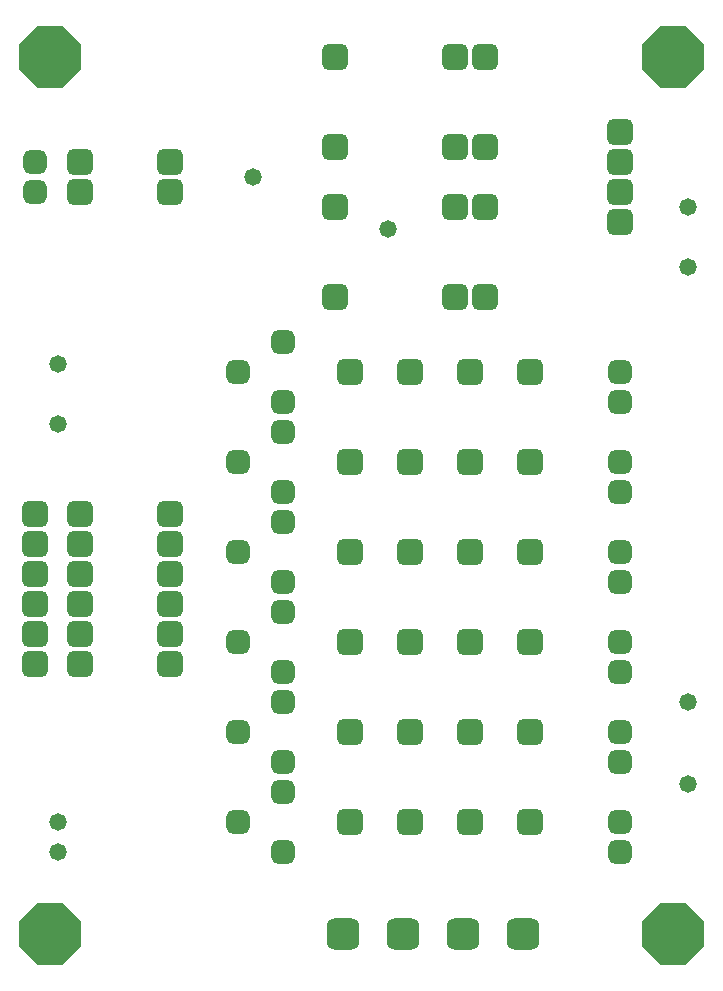
<source format=gts>
G04 Layer_Color=8388736*
%FSLAX25Y25*%
%MOIN*%
G70*
G01*
G75*
G04:AMPARAMS|DCode=18|XSize=88mil|YSize=88mil|CornerRadius=24mil|HoleSize=0mil|Usage=FLASHONLY|Rotation=180.000|XOffset=0mil|YOffset=0mil|HoleType=Round|Shape=RoundedRectangle|*
%AMROUNDEDRECTD18*
21,1,0.08800,0.04000,0,0,180.0*
21,1,0.04000,0.08800,0,0,180.0*
1,1,0.04800,-0.02000,0.02000*
1,1,0.04800,0.02000,0.02000*
1,1,0.04800,0.02000,-0.02000*
1,1,0.04800,-0.02000,-0.02000*
%
%ADD18ROUNDEDRECTD18*%
G04:AMPARAMS|DCode=19|XSize=78mil|YSize=78mil|CornerRadius=21.5mil|HoleSize=0mil|Usage=FLASHONLY|Rotation=90.000|XOffset=0mil|YOffset=0mil|HoleType=Round|Shape=RoundedRectangle|*
%AMROUNDEDRECTD19*
21,1,0.07800,0.03500,0,0,90.0*
21,1,0.03500,0.07800,0,0,90.0*
1,1,0.04300,0.01750,0.01750*
1,1,0.04300,0.01750,-0.01750*
1,1,0.04300,-0.01750,-0.01750*
1,1,0.04300,-0.01750,0.01750*
%
%ADD19ROUNDEDRECTD19*%
G04:AMPARAMS|DCode=20|XSize=88mil|YSize=88mil|CornerRadius=24mil|HoleSize=0mil|Usage=FLASHONLY|Rotation=270.000|XOffset=0mil|YOffset=0mil|HoleType=Round|Shape=RoundedRectangle|*
%AMROUNDEDRECTD20*
21,1,0.08800,0.04000,0,0,270.0*
21,1,0.04000,0.08800,0,0,270.0*
1,1,0.04800,-0.02000,-0.02000*
1,1,0.04800,-0.02000,0.02000*
1,1,0.04800,0.02000,0.02000*
1,1,0.04800,0.02000,-0.02000*
%
%ADD20ROUNDEDRECTD20*%
G04:AMPARAMS|DCode=21|XSize=108mil|YSize=108mil|CornerRadius=29mil|HoleSize=0mil|Usage=FLASHONLY|Rotation=180.000|XOffset=0mil|YOffset=0mil|HoleType=Round|Shape=RoundedRectangle|*
%AMROUNDEDRECTD21*
21,1,0.10800,0.05000,0,0,180.0*
21,1,0.05000,0.10800,0,0,180.0*
1,1,0.05800,-0.02500,0.02500*
1,1,0.05800,0.02500,0.02500*
1,1,0.05800,0.02500,-0.02500*
1,1,0.05800,-0.02500,-0.02500*
%
%ADD21ROUNDEDRECTD21*%
%ADD22P,0.22173X8X22.5*%
%ADD23C,0.05800*%
D18*
X110000Y227500D02*
D03*
Y257500D02*
D03*
X150000Y227500D02*
D03*
X160000D02*
D03*
X150000Y257500D02*
D03*
X160000D02*
D03*
X110000Y277500D02*
D03*
Y307500D02*
D03*
X150000Y277500D02*
D03*
X160000D02*
D03*
X150000Y307500D02*
D03*
X160000D02*
D03*
X25000Y105000D02*
D03*
X55000D02*
D03*
X25000Y115000D02*
D03*
X55000D02*
D03*
X25000Y125000D02*
D03*
X55000D02*
D03*
X25000Y135000D02*
D03*
X55000D02*
D03*
X25000Y145000D02*
D03*
X55000D02*
D03*
X25000Y155000D02*
D03*
X55000D02*
D03*
X115000Y52500D02*
D03*
X135000D02*
D03*
X155000D02*
D03*
X175000D02*
D03*
X115000Y142500D02*
D03*
X135000D02*
D03*
X155000D02*
D03*
X175000D02*
D03*
X115000Y172500D02*
D03*
X135000D02*
D03*
X155000D02*
D03*
X175000D02*
D03*
X115000Y112500D02*
D03*
X135000D02*
D03*
X155000D02*
D03*
X175000D02*
D03*
X115000Y202500D02*
D03*
X135000D02*
D03*
X155000D02*
D03*
X175000D02*
D03*
X115000Y82500D02*
D03*
X135000D02*
D03*
X155000D02*
D03*
X175000D02*
D03*
X55000Y262500D02*
D03*
X25000D02*
D03*
X55000Y272500D02*
D03*
X25000D02*
D03*
D19*
X10000D02*
D03*
Y262500D02*
D03*
X92500Y192500D02*
D03*
Y212500D02*
D03*
X77500Y202500D02*
D03*
X92500Y162500D02*
D03*
Y182500D02*
D03*
X77500Y172500D02*
D03*
X92500Y132500D02*
D03*
Y152500D02*
D03*
X77500Y142500D02*
D03*
X92500Y102500D02*
D03*
Y122500D02*
D03*
X77500Y112500D02*
D03*
X92500Y72500D02*
D03*
Y92500D02*
D03*
X77500Y82500D02*
D03*
X92500Y42500D02*
D03*
Y62500D02*
D03*
X77500Y52500D02*
D03*
X205000D02*
D03*
Y42500D02*
D03*
Y82500D02*
D03*
Y72500D02*
D03*
Y112500D02*
D03*
Y102500D02*
D03*
Y142500D02*
D03*
Y132500D02*
D03*
Y172500D02*
D03*
Y162500D02*
D03*
Y202500D02*
D03*
Y192500D02*
D03*
D20*
X10000Y105000D02*
D03*
Y115000D02*
D03*
Y125000D02*
D03*
Y135000D02*
D03*
Y145000D02*
D03*
Y155000D02*
D03*
X205000Y252500D02*
D03*
Y262500D02*
D03*
Y272500D02*
D03*
Y282500D02*
D03*
D21*
X152500Y15000D02*
D03*
X172500D02*
D03*
X112500D02*
D03*
X132500D02*
D03*
D22*
X15000D02*
D03*
X222500D02*
D03*
Y307500D02*
D03*
X15000D02*
D03*
D23*
X127500Y250000D02*
D03*
X17500Y205000D02*
D03*
Y185000D02*
D03*
Y52500D02*
D03*
Y42500D02*
D03*
X227500Y257500D02*
D03*
Y237500D02*
D03*
Y92500D02*
D03*
Y65000D02*
D03*
X82500Y267500D02*
D03*
M02*

</source>
